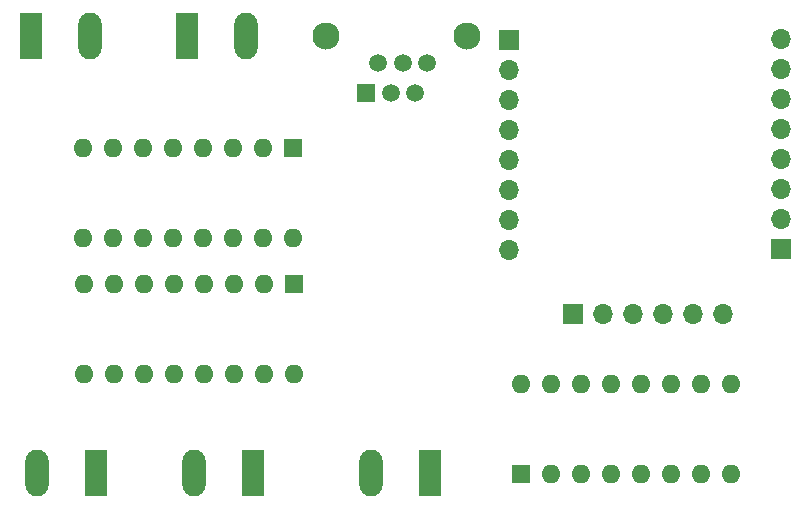
<source format=gbr>
%TF.GenerationSoftware,KiCad,Pcbnew,8.0.1*%
%TF.CreationDate,2024-04-08T22:20:49+02:00*%
%TF.ProjectId,driver,64726976-6572-42e6-9b69-6361645f7063,rev?*%
%TF.SameCoordinates,Original*%
%TF.FileFunction,Soldermask,Bot*%
%TF.FilePolarity,Negative*%
%FSLAX46Y46*%
G04 Gerber Fmt 4.6, Leading zero omitted, Abs format (unit mm)*
G04 Created by KiCad (PCBNEW 8.0.1) date 2024-04-08 22:20:49*
%MOMM*%
%LPD*%
G01*
G04 APERTURE LIST*
%ADD10R,1.600000X1.600000*%
%ADD11O,1.600000X1.600000*%
%ADD12R,1.980000X3.960000*%
%ADD13O,1.980000X3.960000*%
%ADD14R,1.700000X1.700000*%
%ADD15O,1.700000X1.700000*%
%ADD16C,2.300000*%
%ADD17R,1.520000X1.520000*%
%ADD18C,1.520000*%
G04 APERTURE END LIST*
D10*
%TO.C,IC3*%
X92200000Y-55950000D03*
D11*
X89660000Y-55950000D03*
X87120000Y-55950000D03*
X84580000Y-55950000D03*
X82040000Y-55950000D03*
X79500000Y-55950000D03*
X76960000Y-55950000D03*
X74420000Y-55950000D03*
X74420000Y-63570000D03*
X76960000Y-63570000D03*
X79500000Y-63570000D03*
X82040000Y-63570000D03*
X84580000Y-63570000D03*
X87120000Y-63570000D03*
X89660000Y-63570000D03*
X92200000Y-63570000D03*
%TD*%
D12*
%TO.C,M1*%
X83235000Y-46450000D03*
D13*
X88235000Y-46450000D03*
%TD*%
D12*
%TO.C,BAT*%
X103765000Y-83450000D03*
D13*
X98765000Y-83450000D03*
%TD*%
D10*
%TO.C,IC2*%
X111460000Y-83570000D03*
D11*
X114000000Y-83570000D03*
X116540000Y-83570000D03*
X119080000Y-83570000D03*
X121620000Y-83570000D03*
X124160000Y-83570000D03*
X126700000Y-83570000D03*
X129240000Y-83570000D03*
X129240000Y-75950000D03*
X126700000Y-75950000D03*
X124160000Y-75950000D03*
X121620000Y-75950000D03*
X119080000Y-75950000D03*
X116540000Y-75950000D03*
X114000000Y-75950000D03*
X111460000Y-75950000D03*
%TD*%
D14*
%TO.C,J9*%
X115880000Y-70010000D03*
D15*
X118420000Y-70010000D03*
X120960000Y-70010000D03*
X123500000Y-70010000D03*
X126040000Y-70010000D03*
X128580000Y-70010000D03*
%TD*%
D14*
%TO.C,J7*%
X110500000Y-46830000D03*
D15*
X110500000Y-49370000D03*
X110500000Y-51910000D03*
X110500000Y-54450000D03*
X110500000Y-56990000D03*
X110500000Y-59530000D03*
X110500000Y-62070000D03*
X110500000Y-64610000D03*
%TD*%
D10*
%TO.C,IC4*%
X92240000Y-67450000D03*
D11*
X89700000Y-67450000D03*
X87160000Y-67450000D03*
X84620000Y-67450000D03*
X82080000Y-67450000D03*
X79540000Y-67450000D03*
X77000000Y-67450000D03*
X74460000Y-67450000D03*
X74460000Y-75070000D03*
X77000000Y-75070000D03*
X79540000Y-75070000D03*
X82080000Y-75070000D03*
X84620000Y-75070000D03*
X87160000Y-75070000D03*
X89700000Y-75070000D03*
X92240000Y-75070000D03*
%TD*%
D12*
%TO.C,M3*%
X75500000Y-83450000D03*
D13*
X70500000Y-83450000D03*
%TD*%
D16*
%TO.C,6P6C*%
X106950000Y-46450000D03*
X94950000Y-46450000D03*
D17*
X98400000Y-51290000D03*
D18*
X99420000Y-48750000D03*
X100440000Y-51290000D03*
X101460000Y-48750000D03*
X102480000Y-51290000D03*
X103500000Y-48750000D03*
%TD*%
D14*
%TO.C,J8*%
X133500000Y-64530000D03*
D15*
X133500000Y-61990000D03*
X133500000Y-59450000D03*
X133500000Y-56910000D03*
X133500000Y-54370000D03*
X133500000Y-51830000D03*
X133500000Y-49290000D03*
X133500000Y-46750000D03*
%TD*%
D12*
%TO.C,M2*%
X70000000Y-46450000D03*
D13*
X75000000Y-46450000D03*
%TD*%
D12*
%TO.C,M4*%
X88765000Y-83450000D03*
D13*
X83765000Y-83450000D03*
%TD*%
M02*

</source>
